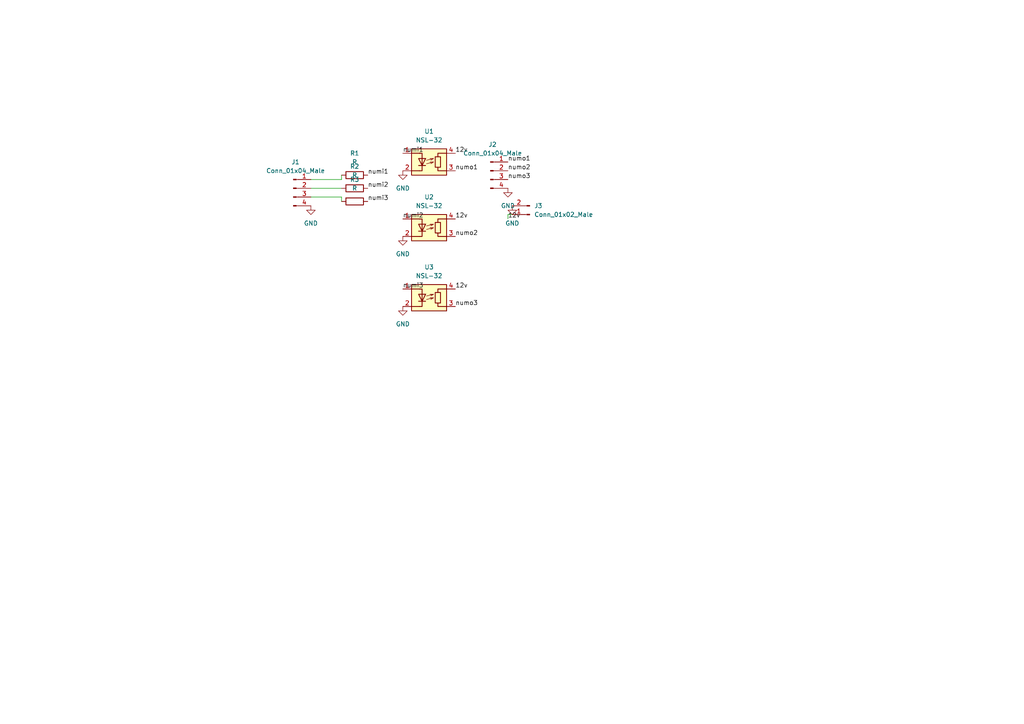
<source format=kicad_sch>
(kicad_sch (version 20211123) (generator eeschema)
  (paper "A4")
  (lib_symbols
    (symbol "Connector:Conn_01x02_Male" (pin_names (offset 1.016) hide)
      (property "Reference" "J" (at 0 2.54 0))
      (property "Value" "Conn_01x02_Male" (at 0 -5.08 0))
      (symbol "Conn_01x02_Male_1_1"
        (polyline (pts (xy 1.27 -2.54) (xy 0.8636 -2.54)) (stroke (width 0.1524)))
        (polyline (pts (xy 1.27 0) (xy 0.8636 0)) (stroke (width 0.1524)))
        (rectangle (start 0.8636 -2.413) (end 0 -2.667) (stroke (width 0.1524)) (fill (type outline)))
        (rectangle (start 0.8636 0.127) (end 0 -0.127) (stroke (width 0.1524)) (fill (type outline)))
        (pin passive line (at 5.08 0 180) (length 3.81) (name "Pin_1") (number "1"))
        (pin passive line (at 5.08 -2.54 180) (length 3.81) (name "Pin_2") (number "2"))
      )
    )
    (symbol "Connector:Conn_01x04_Male" (pin_names (offset 1.016) hide)
      (property "Reference" "J" (at 0 5.08 0))
      (property "Value" "Conn_01x04_Male" (at 0 -7.62 0))
      (symbol "Conn_01x04_Male_1_1"
        (polyline (pts (xy 1.27 -5.08) (xy 0.8636 -5.08)) (stroke (width 0.1524)))
        (polyline (pts (xy 1.27 -2.54) (xy 0.8636 -2.54)) (stroke (width 0.1524)))
        (polyline (pts (xy 1.27 0) (xy 0.8636 0)) (stroke (width 0.1524)))
        (polyline (pts (xy 1.27 2.54) (xy 0.8636 2.54)) (stroke (width 0.1524)))
        (rectangle (start 0.8636 -4.953) (end 0 -5.207) (stroke (width 0.1524)) (fill (type outline)))
        (rectangle (start 0.8636 -2.413) (end 0 -2.667) (stroke (width 0.1524)) (fill (type outline)))
        (rectangle (start 0.8636 0.127) (end 0 -0.127) (stroke (width 0.1524)) (fill (type outline)))
        (rectangle (start 0.8636 2.667) (end 0 2.413) (stroke (width 0.1524)) (fill (type outline)))
        (pin passive line (at 5.08 2.54 180) (length 3.81) (name "Pin_1") (number "1"))
        (pin passive line (at 5.08 0 180) (length 3.81) (name "Pin_2") (number "2"))
        (pin passive line (at 5.08 -2.54 180) (length 3.81) (name "Pin_3") (number "3"))
        (pin passive line (at 5.08 -5.08 180) (length 3.81) (name "Pin_4") (number "4"))
      )
    )
    (symbol "Device:R" (pin_numbers hide) (pin_names (offset 0))
      (property "Reference" "R" (at 2.032 0 90))
      (property "Value" "R" (at 0 0 90))
      (symbol "R_0_1"
        (rectangle (start -1.016 -2.54) (end 1.016 2.54) (stroke (width 0.254)))
      )
      (symbol "R_1_1"
        (pin passive line (at 0 3.81 270) (length 1.27) (name "~") (number "1"))
        (pin passive line (at 0 -3.81 90) (length 1.27) (name "~") (number "2"))
      )
    )
    (symbol "Isolator:NSL-32" (pin_names (offset 0.762) hide)
      (property "Reference" "U" (at 0 5.08 0))
      (property "Value" "NSL-32" (at 0 -5.08 0))
      (symbol "NSL-32_0_1"
        (rectangle (start -5.08 3.81) (end 5.08 -3.81) (stroke (width 0.254)) (fill (type background)))
        (polyline (pts (xy -5.08 2.54) (xy -2.54 2.54)) (stroke (width 0.254)))
        (polyline (pts (xy -2.794 -2.54) (xy -5.08 -2.54)) (stroke (width 0.254)))
        (polyline (pts (xy -1.016 -1.016) (xy -3.048 -1.016) (xy -3.048 -1.016)) (stroke (width 0.254)))
        (polyline (pts (xy -0.762 -0.508) (xy 1.27 0) (xy 1.27 0)))
        (polyline (pts (xy -0.762 0.508) (xy 1.27 1.016) (xy 1.27 1.016)))
        (polyline (pts (xy 2.54 -1.524) (xy 2.54 -2.54) (xy 5.08 -2.54)) (stroke (width 0.254)))
        (polyline (pts (xy 2.54 1.524) (xy 2.54 2.54) (xy 5.08 2.54)) (stroke (width 0.254)))
        (polyline (pts (xy -2.794 -2.54) (xy -2.032 -2.54) (xy -2.032 2.54) (xy -2.794 2.54)) (stroke (width 0.254)))
        (polyline (pts (xy 0.254 0) (xy 1.27 0) (xy 0.508 -0.508) (xy 0.508 -0.508)))
        (polyline (pts (xy 0.254 1.016) (xy 1.27 1.016) (xy 0.508 0.508) (xy 0.508 0.508)))
        (polyline (pts (xy -1.016 1.016) (xy -3.048 1.016) (xy -2.032 -1.016) (xy -1.016 1.016) (xy -1.016 1.016) (xy -1.016 1.016)) (stroke (width 0.254)))
        (rectangle (start 1.778 1.524) (end 3.302 -1.524) (stroke (width 0.254)))
      )
      (symbol "NSL-32_1_1"
        (pin passive line (at -7.62 2.54 0) (length 2.54) (name "A") (number "1"))
        (pin passive line (at -7.62 -2.54 0) (length 2.54) (name "K") (number "2"))
        (pin passive line (at 7.62 -2.54 180) (length 2.54) (name "R") (number "3"))
        (pin passive line (at 7.62 2.54 180) (length 2.54) (name "R") (number "4"))
      )
    )
    (symbol "power:GND" (power) (pin_names (offset 0))
      (property "Value" "GND" (at 0 -3.81 0))
      (symbol "GND_0_1"
        (polyline (pts (xy 0 0) (xy 0 -1.27) (xy 1.27 -1.27) (xy 0 -2.54) (xy -1.27 -1.27) (xy 0 -1.27)))
      )
      (symbol "GND_1_1"
        (pin power_in line (at 0 0 270) (length 0) hide (name "GND") (number "1"))
      )
    )
  )
  (wire (pts (xy 90.17 54.61) (xy 99.06 54.61)))
  (wire (pts (xy 147.32 62.23) (xy 148.59 62.23)))
  (wire (pts (xy 90.17 57.15) (xy 99.06 57.15)))
  (wire (pts (xy 147.32 63.5) (xy 147.32 62.23)))
  (wire (pts (xy 90.17 52.07) (xy 99.06 52.07)))
  (wire (pts (xy 99.06 57.15) (xy 99.06 58.42)))
  (wire (pts (xy 99.06 52.07) (xy 99.06 50.8)))
  (label "12v" (at 132.08 44.45 0))
  (label "numi3" (at 106.68 58.42 0))
  (label "numo1" (at 132.08 49.53 0))
  (label "numo2" (at 147.32 49.53 0))
  (label "numi1" (at 116.84 44.45 0))
  (label "numi2" (at 116.84 63.5 0))
  (label "numi3" (at 116.84 83.82 0))
  (label "numo2" (at 132.08 68.58 0))
  (label "numo1" (at 147.32 46.99 0))
  (label "numo3" (at 132.08 88.9 0))
  (label "numo3" (at 147.32 52.07 0))
  (label "numi1" (at 106.68 50.8 0))
  (label "numi2" (at 106.68 54.61 0))
  (label "12v" (at 132.08 63.5 0))
  (label "12v" (at 147.32 63.5 0))
  (label "12v" (at 132.08 83.82 0))
  (symbol (lib_id "Connector:Conn_01x04_Male") (at 142.24 49.53 0) (unit 1)
    (property "Reference" "J2" (at 142.875 41.91 0))
    (property "Value" "Conn_01x04_Male" (at 142.875 44.45 0))
    (property "Footprint" "MY_LIB:jst_4" (effects hide))
  )
  (symbol (lib_id "power:GND") (at 148.59 59.69 0) (unit 1)
    (property "Reference" "#PWR0106" (effects hide))
    (property "Value" "GND" (at 148.59 64.77 0))
  )
  (symbol (lib_id "Connector:Conn_01x04_Male") (at 85.09 54.61 0) (unit 1)
    (property "Reference" "J1" (at 85.725 46.99 0))
    (property "Value" "Conn_01x04_Male" (at 85.725 49.53 0))
    (property "Footprint" "MY_LIB:jst_4" (effects hide))
  )
  (symbol (lib_id "power:GND") (at 147.32 54.61 0) (unit 1)
    (property "Reference" "#PWR0105" (effects hide))
    (property "Value" "GND" (at 147.32 59.69 0))
  )
  (symbol (lib_id "Connector:Conn_01x02_Male") (at 153.67 62.23 180) (unit 1)
    (property "Reference" "J3" (at 154.94 59.6899 0) (effects (justify right)))
    (property "Value" "Conn_01x02_Male" (at 154.94 62.2299 0) (effects (justify right)))
    (property "Footprint" "MY_LIB:bornier2" (effects hide))
  )
  (symbol (lib_id "power:GND") (at 116.84 49.53 0) (unit 1)
    (property "Reference" "#PWR0102" (effects hide))
    (property "Value" "GND" (at 116.84 54.61 0))
  )
  (symbol (lib_id "Isolator:NSL-32") (at 124.46 66.04 0) (unit 1)
    (property "Reference" "U2" (at 124.46 57.15 0))
    (property "Value" "NSL-32" (at 124.46 59.69 0))
    (property "Footprint" "optocoupler:U" (effects hide))
    (property "Datasheet" "http://lunainc.com/wp-content/uploads/2016/06/NSL-32.pdf" (effects hide))
  )
  (symbol (lib_id "Isolator:NSL-32") (at 124.46 86.36 0) (unit 1)
    (property "Reference" "U3" (at 124.46 77.47 0))
    (property "Value" "NSL-32" (at 124.46 80.01 0))
    (property "Footprint" "optocoupler:U" (effects hide))
    (property "Datasheet" "http://lunainc.com/wp-content/uploads/2016/06/NSL-32.pdf" (effects hide))
  )
  (symbol (lib_id "Device:R") (at 102.87 54.61 90) (unit 1)
    (property "Reference" "R2" (at 102.87 48.26 90))
    (property "Value" "R" (at 102.87 50.8 90))
    (property "Footprint" "MY_LIB:Resistor_small" (effects hide))
  )
  (symbol (lib_id "Isolator:NSL-32") (at 124.46 46.99 0) (unit 1)
    (property "Reference" "U1" (at 124.46 38.1 0))
    (property "Value" "NSL-32" (at 124.46 40.64 0))
    (property "Footprint" "optocoupler:U" (effects hide))
    (property "Datasheet" "http://lunainc.com/wp-content/uploads/2016/06/NSL-32.pdf" (effects hide))
  )
  (symbol (lib_id "power:GND") (at 116.84 68.58 0) (unit 1)
    (property "Reference" "#PWR0104" (effects hide))
    (property "Value" "GND" (at 116.84 73.66 0))
  )
  (symbol (lib_id "Device:R") (at 102.87 58.42 90) (unit 1)
    (property "Reference" "R3" (at 102.87 52.07 90))
    (property "Value" "R" (at 102.87 54.61 90))
    (property "Footprint" "MY_LIB:Resistor_small" (effects hide))
  )
  (symbol (lib_id "Device:R") (at 102.87 50.8 90) (unit 1)
    (property "Reference" "R1" (at 102.87 44.45 90))
    (property "Value" "R" (at 102.87 46.99 90))
    (property "Footprint" "MY_LIB:Resistor_small" (effects hide))
  )
  (symbol (lib_id "power:GND") (at 116.84 88.9 0) (unit 1)
    (property "Reference" "#PWR0103" (effects hide))
    (property "Value" "GND" (at 116.84 93.98 0))
  )
  (symbol (lib_id "power:GND") (at 90.17 59.69 0) (unit 1)
    (property "Reference" "#PWR0101" (effects hide))
    (property "Value" "GND" (at 90.17 64.77 0))
  )
)
</source>
